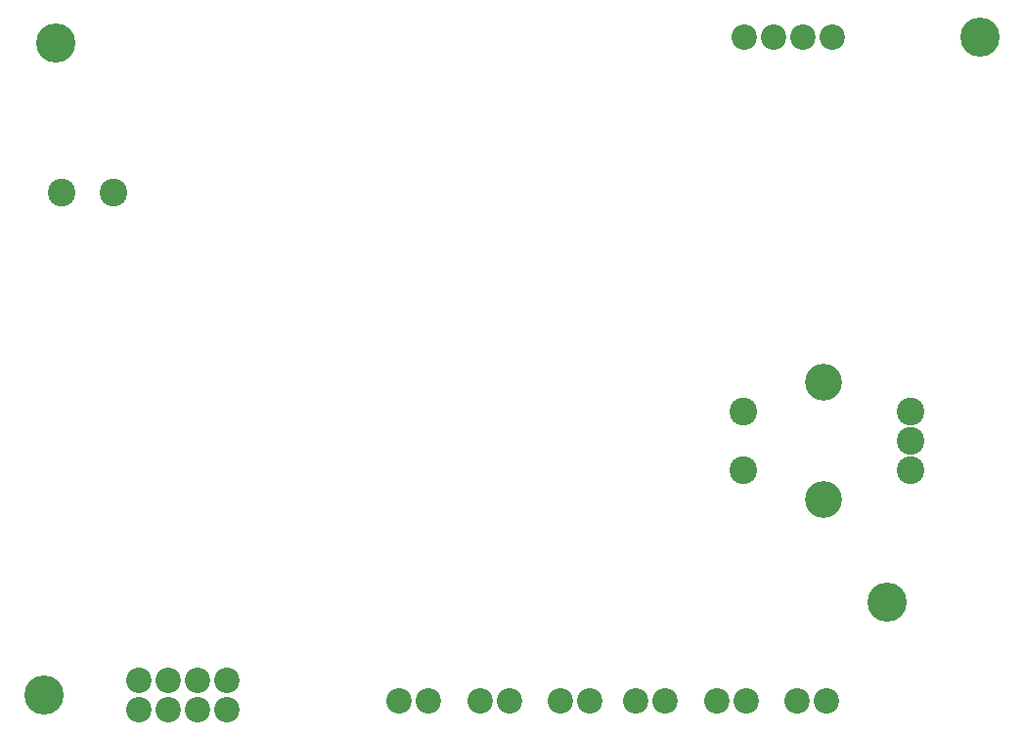
<source format=gbr>
G04 #@! TF.FileFunction,Soldermask,Bot*
%FSLAX46Y46*%
G04 Gerber Fmt 4.6, Leading zero omitted, Abs format (unit mm)*
G04 Created by KiCad (PCBNEW 4.0.7) date 06/25/18 12:02:01*
%MOMM*%
%LPD*%
G01*
G04 APERTURE LIST*
%ADD10C,0.100000*%
%ADD11C,3.400000*%
%ADD12C,2.398980*%
%ADD13C,2.200000*%
%ADD14C,3.200000*%
%ADD15C,2.400000*%
G04 APERTURE END LIST*
D10*
D11*
X112000000Y-118500000D03*
X185000000Y-110500000D03*
X193000000Y-61500000D03*
D12*
X118000760Y-75000000D03*
X113499880Y-75000000D03*
D13*
X172650000Y-61500000D03*
X175190000Y-61500000D03*
X180259840Y-61500000D03*
X177719840Y-61500000D03*
X122730000Y-117230000D03*
X120190000Y-117230000D03*
X125270000Y-117230000D03*
X127810000Y-117230000D03*
X127810000Y-119770000D03*
X125270000Y-119770000D03*
X120190000Y-119770000D03*
X122730000Y-119770000D03*
X145259840Y-119000000D03*
X142719840Y-119000000D03*
X159259840Y-119000000D03*
X156719840Y-119000000D03*
X172759840Y-119000000D03*
X170219840Y-119000000D03*
X152259840Y-119000000D03*
X149719840Y-119000000D03*
X165759840Y-119000000D03*
X163219840Y-119000000D03*
X179759840Y-119000000D03*
X177219840Y-119000000D03*
D14*
X179500000Y-91450000D03*
X179500000Y-101550000D03*
D15*
X172500000Y-99040000D03*
X172500000Y-93960000D03*
X187000000Y-93960000D03*
X187000000Y-96500000D03*
X187000000Y-99040000D03*
D11*
X113000000Y-62000000D03*
M02*

</source>
